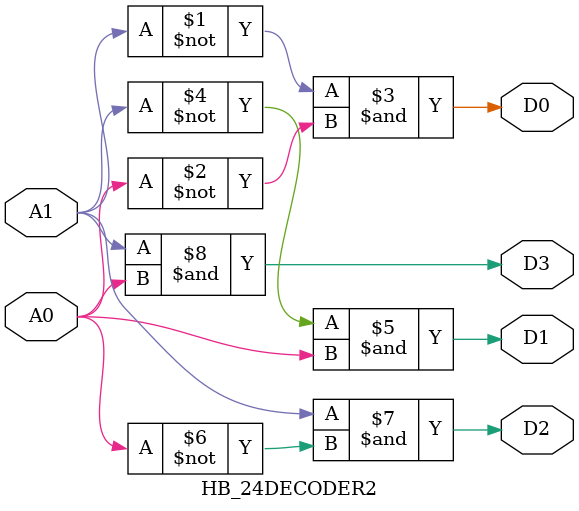
<source format=v>
module HB_24DECODER2(
	input A1, A0,
	output D3, D2, D1, D0
);




assign D0 = ~A1 & ~A0;
assign D1 = ~A1 & A0;
assign D2 = A1 & ~A0;
assign D3 = A1 & A0;

endmodule

</source>
